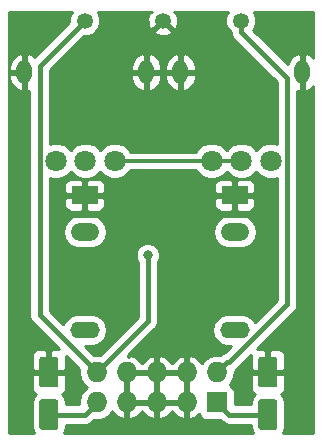
<source format=gbr>
G04 #@! TF.GenerationSoftware,KiCad,Pcbnew,(5.0.1)-4*
G04 #@! TF.CreationDate,2019-03-05T01:38:51-06:00*
G04 #@! TF.ProjectId,util_LFO,7574696C5F4C464F2E6B696361645F70,rev?*
G04 #@! TF.SameCoordinates,Original*
G04 #@! TF.FileFunction,Copper,L1,Top,Signal*
G04 #@! TF.FilePolarity,Positive*
%FSLAX46Y46*%
G04 Gerber Fmt 4.6, Leading zero omitted, Abs format (unit mm)*
G04 Created by KiCad (PCBNEW (5.0.1)-4) date 3/5/2019 1:38:51*
%MOMM*%
%LPD*%
G01*
G04 APERTURE LIST*
G04 #@! TA.AperFunction,ComponentPad*
%ADD10C,1.350000*%
G04 #@! TD*
G04 #@! TA.AperFunction,ComponentPad*
%ADD11O,1.300000X2.000000*%
G04 #@! TD*
G04 #@! TA.AperFunction,ComponentPad*
%ADD12C,1.800000*%
G04 #@! TD*
G04 #@! TA.AperFunction,Conductor*
%ADD13C,0.100000*%
G04 #@! TD*
G04 #@! TA.AperFunction,SMDPad,CuDef*
%ADD14C,1.600000*%
G04 #@! TD*
G04 #@! TA.AperFunction,ComponentPad*
%ADD15O,2.400000X1.500000*%
G04 #@! TD*
G04 #@! TA.AperFunction,ComponentPad*
%ADD16R,2.200000X1.500000*%
G04 #@! TD*
G04 #@! TA.AperFunction,ComponentPad*
%ADD17O,2.500000X1.400000*%
G04 #@! TD*
G04 #@! TA.AperFunction,ComponentPad*
%ADD18R,1.727200X1.727200*%
G04 #@! TD*
G04 #@! TA.AperFunction,ComponentPad*
%ADD19O,1.727200X1.727200*%
G04 #@! TD*
G04 #@! TA.AperFunction,ViaPad*
%ADD20C,0.800000*%
G04 #@! TD*
G04 #@! TA.AperFunction,Conductor*
%ADD21C,0.450000*%
G04 #@! TD*
G04 #@! TA.AperFunction,Conductor*
%ADD22C,0.300000*%
G04 #@! TD*
G04 #@! TA.AperFunction,Conductor*
%ADD23C,0.254000*%
G04 #@! TD*
G04 APERTURE END LIST*
D10*
G04 #@! TO.P,J6,1*
G04 #@! TO.N,-12V*
X102108000Y-59880500D03*
G04 #@! TD*
D11*
G04 #@! TO.P,RV11,*
G04 #@! TO.N,GND*
X83790000Y-64255000D03*
D12*
G04 #@! TO.P,RV11,1*
G04 #@! TO.N,Net-(RV10-Pad2)*
X91440000Y-71755000D03*
G04 #@! TO.P,RV11,2*
G04 #@! TO.N,Net-(R4-Pad2)*
X88940000Y-71755000D03*
G04 #@! TO.P,RV11,3*
G04 #@! TO.N,Net-(R3-Pad2)*
X86440000Y-71755000D03*
D11*
G04 #@! TO.P,RV11,*
G04 #@! TO.N,GND*
X94090000Y-64255000D03*
G04 #@! TD*
D13*
G04 #@! TO.N,+12v*
G04 #@! TO.C,C4*
G36*
X86426504Y-91941204D02*
X86450773Y-91944804D01*
X86474571Y-91950765D01*
X86497671Y-91959030D01*
X86519849Y-91969520D01*
X86540893Y-91982133D01*
X86560598Y-91996747D01*
X86578777Y-92013223D01*
X86595253Y-92031402D01*
X86609867Y-92051107D01*
X86622480Y-92072151D01*
X86632970Y-92094329D01*
X86641235Y-92117429D01*
X86647196Y-92141227D01*
X86650796Y-92165496D01*
X86652000Y-92190000D01*
X86652000Y-94290000D01*
X86650796Y-94314504D01*
X86647196Y-94338773D01*
X86641235Y-94362571D01*
X86632970Y-94385671D01*
X86622480Y-94407849D01*
X86609867Y-94428893D01*
X86595253Y-94448598D01*
X86578777Y-94466777D01*
X86560598Y-94483253D01*
X86540893Y-94497867D01*
X86519849Y-94510480D01*
X86497671Y-94520970D01*
X86474571Y-94529235D01*
X86450773Y-94535196D01*
X86426504Y-94538796D01*
X86402000Y-94540000D01*
X85302000Y-94540000D01*
X85277496Y-94538796D01*
X85253227Y-94535196D01*
X85229429Y-94529235D01*
X85206329Y-94520970D01*
X85184151Y-94510480D01*
X85163107Y-94497867D01*
X85143402Y-94483253D01*
X85125223Y-94466777D01*
X85108747Y-94448598D01*
X85094133Y-94428893D01*
X85081520Y-94407849D01*
X85071030Y-94385671D01*
X85062765Y-94362571D01*
X85056804Y-94338773D01*
X85053204Y-94314504D01*
X85052000Y-94290000D01*
X85052000Y-92190000D01*
X85053204Y-92165496D01*
X85056804Y-92141227D01*
X85062765Y-92117429D01*
X85071030Y-92094329D01*
X85081520Y-92072151D01*
X85094133Y-92051107D01*
X85108747Y-92031402D01*
X85125223Y-92013223D01*
X85143402Y-91996747D01*
X85163107Y-91982133D01*
X85184151Y-91969520D01*
X85206329Y-91959030D01*
X85229429Y-91950765D01*
X85253227Y-91944804D01*
X85277496Y-91941204D01*
X85302000Y-91940000D01*
X86402000Y-91940000D01*
X86426504Y-91941204D01*
X86426504Y-91941204D01*
G37*
D14*
G04 #@! TD*
G04 #@! TO.P,C4,1*
G04 #@! TO.N,+12v*
X85852000Y-93240000D03*
D13*
G04 #@! TO.N,GND*
G04 #@! TO.C,C4*
G36*
X86426504Y-88341204D02*
X86450773Y-88344804D01*
X86474571Y-88350765D01*
X86497671Y-88359030D01*
X86519849Y-88369520D01*
X86540893Y-88382133D01*
X86560598Y-88396747D01*
X86578777Y-88413223D01*
X86595253Y-88431402D01*
X86609867Y-88451107D01*
X86622480Y-88472151D01*
X86632970Y-88494329D01*
X86641235Y-88517429D01*
X86647196Y-88541227D01*
X86650796Y-88565496D01*
X86652000Y-88590000D01*
X86652000Y-90690000D01*
X86650796Y-90714504D01*
X86647196Y-90738773D01*
X86641235Y-90762571D01*
X86632970Y-90785671D01*
X86622480Y-90807849D01*
X86609867Y-90828893D01*
X86595253Y-90848598D01*
X86578777Y-90866777D01*
X86560598Y-90883253D01*
X86540893Y-90897867D01*
X86519849Y-90910480D01*
X86497671Y-90920970D01*
X86474571Y-90929235D01*
X86450773Y-90935196D01*
X86426504Y-90938796D01*
X86402000Y-90940000D01*
X85302000Y-90940000D01*
X85277496Y-90938796D01*
X85253227Y-90935196D01*
X85229429Y-90929235D01*
X85206329Y-90920970D01*
X85184151Y-90910480D01*
X85163107Y-90897867D01*
X85143402Y-90883253D01*
X85125223Y-90866777D01*
X85108747Y-90848598D01*
X85094133Y-90828893D01*
X85081520Y-90807849D01*
X85071030Y-90785671D01*
X85062765Y-90762571D01*
X85056804Y-90738773D01*
X85053204Y-90714504D01*
X85052000Y-90690000D01*
X85052000Y-88590000D01*
X85053204Y-88565496D01*
X85056804Y-88541227D01*
X85062765Y-88517429D01*
X85071030Y-88494329D01*
X85081520Y-88472151D01*
X85094133Y-88451107D01*
X85108747Y-88431402D01*
X85125223Y-88413223D01*
X85143402Y-88396747D01*
X85163107Y-88382133D01*
X85184151Y-88369520D01*
X85206329Y-88359030D01*
X85229429Y-88350765D01*
X85253227Y-88344804D01*
X85277496Y-88341204D01*
X85302000Y-88340000D01*
X86402000Y-88340000D01*
X86426504Y-88341204D01*
X86426504Y-88341204D01*
G37*
D14*
G04 #@! TD*
G04 #@! TO.P,C4,2*
G04 #@! TO.N,GND*
X85852000Y-89640000D03*
D13*
G04 #@! TO.N,-12V*
G04 #@! TO.C,C5*
G36*
X104968504Y-91941204D02*
X104992773Y-91944804D01*
X105016571Y-91950765D01*
X105039671Y-91959030D01*
X105061849Y-91969520D01*
X105082893Y-91982133D01*
X105102598Y-91996747D01*
X105120777Y-92013223D01*
X105137253Y-92031402D01*
X105151867Y-92051107D01*
X105164480Y-92072151D01*
X105174970Y-92094329D01*
X105183235Y-92117429D01*
X105189196Y-92141227D01*
X105192796Y-92165496D01*
X105194000Y-92190000D01*
X105194000Y-94290000D01*
X105192796Y-94314504D01*
X105189196Y-94338773D01*
X105183235Y-94362571D01*
X105174970Y-94385671D01*
X105164480Y-94407849D01*
X105151867Y-94428893D01*
X105137253Y-94448598D01*
X105120777Y-94466777D01*
X105102598Y-94483253D01*
X105082893Y-94497867D01*
X105061849Y-94510480D01*
X105039671Y-94520970D01*
X105016571Y-94529235D01*
X104992773Y-94535196D01*
X104968504Y-94538796D01*
X104944000Y-94540000D01*
X103844000Y-94540000D01*
X103819496Y-94538796D01*
X103795227Y-94535196D01*
X103771429Y-94529235D01*
X103748329Y-94520970D01*
X103726151Y-94510480D01*
X103705107Y-94497867D01*
X103685402Y-94483253D01*
X103667223Y-94466777D01*
X103650747Y-94448598D01*
X103636133Y-94428893D01*
X103623520Y-94407849D01*
X103613030Y-94385671D01*
X103604765Y-94362571D01*
X103598804Y-94338773D01*
X103595204Y-94314504D01*
X103594000Y-94290000D01*
X103594000Y-92190000D01*
X103595204Y-92165496D01*
X103598804Y-92141227D01*
X103604765Y-92117429D01*
X103613030Y-92094329D01*
X103623520Y-92072151D01*
X103636133Y-92051107D01*
X103650747Y-92031402D01*
X103667223Y-92013223D01*
X103685402Y-91996747D01*
X103705107Y-91982133D01*
X103726151Y-91969520D01*
X103748329Y-91959030D01*
X103771429Y-91950765D01*
X103795227Y-91944804D01*
X103819496Y-91941204D01*
X103844000Y-91940000D01*
X104944000Y-91940000D01*
X104968504Y-91941204D01*
X104968504Y-91941204D01*
G37*
D14*
G04 #@! TD*
G04 #@! TO.P,C5,2*
G04 #@! TO.N,-12V*
X104394000Y-93240000D03*
D13*
G04 #@! TO.N,GND*
G04 #@! TO.C,C5*
G36*
X104968504Y-88341204D02*
X104992773Y-88344804D01*
X105016571Y-88350765D01*
X105039671Y-88359030D01*
X105061849Y-88369520D01*
X105082893Y-88382133D01*
X105102598Y-88396747D01*
X105120777Y-88413223D01*
X105137253Y-88431402D01*
X105151867Y-88451107D01*
X105164480Y-88472151D01*
X105174970Y-88494329D01*
X105183235Y-88517429D01*
X105189196Y-88541227D01*
X105192796Y-88565496D01*
X105194000Y-88590000D01*
X105194000Y-90690000D01*
X105192796Y-90714504D01*
X105189196Y-90738773D01*
X105183235Y-90762571D01*
X105174970Y-90785671D01*
X105164480Y-90807849D01*
X105151867Y-90828893D01*
X105137253Y-90848598D01*
X105120777Y-90866777D01*
X105102598Y-90883253D01*
X105082893Y-90897867D01*
X105061849Y-90910480D01*
X105039671Y-90920970D01*
X105016571Y-90929235D01*
X104992773Y-90935196D01*
X104968504Y-90938796D01*
X104944000Y-90940000D01*
X103844000Y-90940000D01*
X103819496Y-90938796D01*
X103795227Y-90935196D01*
X103771429Y-90929235D01*
X103748329Y-90920970D01*
X103726151Y-90910480D01*
X103705107Y-90897867D01*
X103685402Y-90883253D01*
X103667223Y-90866777D01*
X103650747Y-90848598D01*
X103636133Y-90828893D01*
X103623520Y-90807849D01*
X103613030Y-90785671D01*
X103604765Y-90762571D01*
X103598804Y-90738773D01*
X103595204Y-90714504D01*
X103594000Y-90690000D01*
X103594000Y-88590000D01*
X103595204Y-88565496D01*
X103598804Y-88541227D01*
X103604765Y-88517429D01*
X103613030Y-88494329D01*
X103623520Y-88472151D01*
X103636133Y-88451107D01*
X103650747Y-88431402D01*
X103667223Y-88413223D01*
X103685402Y-88396747D01*
X103705107Y-88382133D01*
X103726151Y-88369520D01*
X103748329Y-88359030D01*
X103771429Y-88350765D01*
X103795227Y-88344804D01*
X103819496Y-88341204D01*
X103844000Y-88340000D01*
X104944000Y-88340000D01*
X104968504Y-88341204D01*
X104968504Y-88341204D01*
G37*
D14*
G04 #@! TD*
G04 #@! TO.P,C5,1*
G04 #@! TO.N,GND*
X104394000Y-89640000D03*
D15*
G04 #@! TO.P,J1,TN*
G04 #@! TO.N,Net-(J1-PadTN)*
X101600000Y-77776000D03*
D16*
G04 #@! TO.P,J1,S*
G04 #@! TO.N,GND*
X101600000Y-74676000D03*
D17*
G04 #@! TO.P,J1,T*
G04 #@! TO.N,Net-(J1-PadT)*
X101600000Y-86076000D03*
G04 #@! TD*
G04 #@! TO.P,J2,T*
G04 #@! TO.N,Net-(J2-PadT)*
X88900000Y-86076000D03*
D16*
G04 #@! TO.P,J2,S*
G04 #@! TO.N,GND*
X88900000Y-74676000D03*
D15*
G04 #@! TO.P,J2,TN*
G04 #@! TO.N,Net-(J2-PadTN)*
X88900000Y-77776000D03*
G04 #@! TD*
D18*
G04 #@! TO.P,J3,1*
G04 #@! TO.N,-12V*
X100076000Y-92202000D03*
D19*
G04 #@! TO.P,J3,2*
X100076000Y-89662000D03*
G04 #@! TO.P,J3,3*
G04 #@! TO.N,GND*
X97536000Y-92202000D03*
G04 #@! TO.P,J3,4*
X97536000Y-89662000D03*
G04 #@! TO.P,J3,5*
X94996000Y-92202000D03*
G04 #@! TO.P,J3,6*
X94996000Y-89662000D03*
G04 #@! TO.P,J3,7*
X92456000Y-92202000D03*
G04 #@! TO.P,J3,8*
X92456000Y-89662000D03*
G04 #@! TO.P,J3,9*
G04 #@! TO.N,+12v*
X89916000Y-92202000D03*
G04 #@! TO.P,J3,10*
X89916000Y-89662000D03*
G04 #@! TD*
D10*
G04 #@! TO.P,J4,1*
G04 #@! TO.N,+12v*
X88900000Y-59880500D03*
G04 #@! TD*
G04 #@! TO.P,J5,1*
G04 #@! TO.N,GND*
X95504000Y-59880500D03*
G04 #@! TD*
D11*
G04 #@! TO.P,RV10,*
G04 #@! TO.N,GND*
X107298000Y-64255000D03*
D12*
G04 #@! TO.P,RV10,3*
G04 #@! TO.N,Net-(RV10-Pad2)*
X99648000Y-71755000D03*
G04 #@! TO.P,RV10,2*
X102148000Y-71755000D03*
G04 #@! TO.P,RV10,1*
G04 #@! TO.N,Net-(R1-Pad1)*
X104648000Y-71755000D03*
D11*
G04 #@! TO.P,RV10,*
G04 #@! TO.N,GND*
X96998000Y-64255000D03*
G04 #@! TD*
D20*
G04 #@! TO.N,+12v*
X94234000Y-79756000D03*
G04 #@! TD*
D21*
G04 #@! TO.N,+12v*
X94234000Y-85344000D02*
X89916000Y-89662000D01*
X94234000Y-79756000D02*
X94234000Y-85344000D01*
X88878000Y-93240000D02*
X89916000Y-92202000D01*
X85852000Y-93240000D02*
X88878000Y-93240000D01*
X85064999Y-63715501D02*
X88900000Y-59880500D01*
X89916000Y-89662000D02*
X85064999Y-84810999D01*
X85064999Y-84810999D02*
X85064999Y-63715501D01*
G04 #@! TO.N,-12V*
X101114000Y-93240000D02*
X100076000Y-92202000D01*
X104394000Y-93240000D02*
X101114000Y-93240000D01*
X100939599Y-88798401D02*
X100076000Y-89662000D01*
X101144913Y-88798401D02*
X100939599Y-88798401D01*
X106023001Y-83920313D02*
X101144913Y-88798401D01*
X106023001Y-64750095D02*
X106023001Y-83920313D01*
X102108000Y-60835094D02*
X106023001Y-64750095D01*
X102108000Y-59880500D02*
X102108000Y-60835094D01*
D22*
G04 #@! TO.N,Net-(RV10-Pad2)*
X99140000Y-71755000D02*
X101640000Y-71755000D01*
X92712792Y-71755000D02*
X99648000Y-71755000D01*
X91440000Y-71755000D02*
X92712792Y-71755000D01*
G04 #@! TD*
D23*
G04 #@! TO.N,GND*
G36*
X108256001Y-63076030D02*
X108116829Y-62906565D01*
X107672415Y-62669214D01*
X107623471Y-62661901D01*
X107425000Y-62785933D01*
X107425000Y-64128000D01*
X107445000Y-64128000D01*
X107445000Y-64382000D01*
X107425000Y-64382000D01*
X107425000Y-65724067D01*
X107623471Y-65848099D01*
X107672415Y-65840786D01*
X108116829Y-65603435D01*
X108256001Y-65433971D01*
X108256000Y-94794000D01*
X105665840Y-94794000D01*
X105773126Y-94633435D01*
X105841440Y-94290000D01*
X105841440Y-92190000D01*
X105773126Y-91846565D01*
X105578586Y-91555414D01*
X105497843Y-91501463D01*
X105553699Y-91478327D01*
X105732327Y-91299698D01*
X105829000Y-91066309D01*
X105829000Y-89925750D01*
X105670250Y-89767000D01*
X104521000Y-89767000D01*
X104521000Y-89787000D01*
X104267000Y-89787000D01*
X104267000Y-89767000D01*
X103117750Y-89767000D01*
X102959000Y-89925750D01*
X102959000Y-91066309D01*
X103055673Y-91299698D01*
X103234301Y-91478327D01*
X103290157Y-91501463D01*
X103209414Y-91555414D01*
X103014874Y-91846565D01*
X102946560Y-92190000D01*
X102946560Y-92380000D01*
X101587040Y-92380000D01*
X101587040Y-91338400D01*
X101537757Y-91090635D01*
X101397409Y-90880591D01*
X101187365Y-90740243D01*
X101161349Y-90735068D01*
X101487650Y-90246725D01*
X101603959Y-89662000D01*
X101580079Y-89541945D01*
X101764938Y-89418426D01*
X101812918Y-89346619D01*
X102968301Y-88191236D01*
X102959000Y-88213691D01*
X102959000Y-89354250D01*
X103117750Y-89513000D01*
X104267000Y-89513000D01*
X104267000Y-87863750D01*
X104521000Y-87863750D01*
X104521000Y-89513000D01*
X105670250Y-89513000D01*
X105829000Y-89354250D01*
X105829000Y-88213691D01*
X105732327Y-87980302D01*
X105553699Y-87801673D01*
X105320310Y-87705000D01*
X104679750Y-87705000D01*
X104521000Y-87863750D01*
X104267000Y-87863750D01*
X104108250Y-87705000D01*
X103467690Y-87705000D01*
X103445237Y-87714300D01*
X106571222Y-84588316D01*
X106643026Y-84540338D01*
X106833103Y-84255868D01*
X106883001Y-84005014D01*
X106883001Y-84005010D01*
X106899848Y-83920314D01*
X106883001Y-83835618D01*
X106883001Y-65819111D01*
X106923585Y-65840786D01*
X106972529Y-65848099D01*
X107171000Y-65724067D01*
X107171000Y-64382000D01*
X107151000Y-64382000D01*
X107151000Y-64128000D01*
X107171000Y-64128000D01*
X107171000Y-62785933D01*
X106972529Y-62661901D01*
X106923585Y-62669214D01*
X106479171Y-62906565D01*
X106159416Y-63295919D01*
X106072202Y-63583073D01*
X103165124Y-60675995D01*
X103218564Y-60622555D01*
X103418000Y-60141075D01*
X103418000Y-59619925D01*
X103218564Y-59138445D01*
X103210119Y-59130000D01*
X108256001Y-59130000D01*
X108256001Y-63076030D01*
X108256001Y-63076030D01*
G37*
X108256001Y-63076030D02*
X108116829Y-62906565D01*
X107672415Y-62669214D01*
X107623471Y-62661901D01*
X107425000Y-62785933D01*
X107425000Y-64128000D01*
X107445000Y-64128000D01*
X107445000Y-64382000D01*
X107425000Y-64382000D01*
X107425000Y-65724067D01*
X107623471Y-65848099D01*
X107672415Y-65840786D01*
X108116829Y-65603435D01*
X108256001Y-65433971D01*
X108256000Y-94794000D01*
X105665840Y-94794000D01*
X105773126Y-94633435D01*
X105841440Y-94290000D01*
X105841440Y-92190000D01*
X105773126Y-91846565D01*
X105578586Y-91555414D01*
X105497843Y-91501463D01*
X105553699Y-91478327D01*
X105732327Y-91299698D01*
X105829000Y-91066309D01*
X105829000Y-89925750D01*
X105670250Y-89767000D01*
X104521000Y-89767000D01*
X104521000Y-89787000D01*
X104267000Y-89787000D01*
X104267000Y-89767000D01*
X103117750Y-89767000D01*
X102959000Y-89925750D01*
X102959000Y-91066309D01*
X103055673Y-91299698D01*
X103234301Y-91478327D01*
X103290157Y-91501463D01*
X103209414Y-91555414D01*
X103014874Y-91846565D01*
X102946560Y-92190000D01*
X102946560Y-92380000D01*
X101587040Y-92380000D01*
X101587040Y-91338400D01*
X101537757Y-91090635D01*
X101397409Y-90880591D01*
X101187365Y-90740243D01*
X101161349Y-90735068D01*
X101487650Y-90246725D01*
X101603959Y-89662000D01*
X101580079Y-89541945D01*
X101764938Y-89418426D01*
X101812918Y-89346619D01*
X102968301Y-88191236D01*
X102959000Y-88213691D01*
X102959000Y-89354250D01*
X103117750Y-89513000D01*
X104267000Y-89513000D01*
X104267000Y-87863750D01*
X104521000Y-87863750D01*
X104521000Y-89513000D01*
X105670250Y-89513000D01*
X105829000Y-89354250D01*
X105829000Y-88213691D01*
X105732327Y-87980302D01*
X105553699Y-87801673D01*
X105320310Y-87705000D01*
X104679750Y-87705000D01*
X104521000Y-87863750D01*
X104267000Y-87863750D01*
X104108250Y-87705000D01*
X103467690Y-87705000D01*
X103445237Y-87714300D01*
X106571222Y-84588316D01*
X106643026Y-84540338D01*
X106833103Y-84255868D01*
X106883001Y-84005014D01*
X106883001Y-84005010D01*
X106899848Y-83920314D01*
X106883001Y-83835618D01*
X106883001Y-65819111D01*
X106923585Y-65840786D01*
X106972529Y-65848099D01*
X107171000Y-65724067D01*
X107171000Y-64382000D01*
X107151000Y-64382000D01*
X107151000Y-64128000D01*
X107171000Y-64128000D01*
X107171000Y-62785933D01*
X106972529Y-62661901D01*
X106923585Y-62669214D01*
X106479171Y-62906565D01*
X106159416Y-63295919D01*
X106072202Y-63583073D01*
X103165124Y-60675995D01*
X103218564Y-60622555D01*
X103418000Y-60141075D01*
X103418000Y-59619925D01*
X103218564Y-59138445D01*
X103210119Y-59130000D01*
X108256001Y-59130000D01*
X108256001Y-63076030D01*
G36*
X87789436Y-59138445D02*
X87590000Y-59619925D01*
X87590000Y-59974276D01*
X84630872Y-62933405D01*
X84608829Y-62906565D01*
X84164415Y-62669214D01*
X84115471Y-62661901D01*
X83917000Y-62785933D01*
X83917000Y-64128000D01*
X83937000Y-64128000D01*
X83937000Y-64382000D01*
X83917000Y-64382000D01*
X83917000Y-65724067D01*
X84115471Y-65848099D01*
X84164415Y-65840786D01*
X84205000Y-65819111D01*
X84204999Y-84726303D01*
X84188152Y-84810999D01*
X84204999Y-84895695D01*
X84204999Y-84895699D01*
X84254897Y-85146553D01*
X84444974Y-85431024D01*
X84516781Y-85479004D01*
X86742777Y-87705000D01*
X86137750Y-87705000D01*
X85979000Y-87863750D01*
X85979000Y-89513000D01*
X87128250Y-89513000D01*
X87287000Y-89354250D01*
X87287000Y-88249224D01*
X88439761Y-89401985D01*
X88388041Y-89662000D01*
X88504350Y-90246725D01*
X88835570Y-90742430D01*
X89119281Y-90932000D01*
X88835570Y-91121570D01*
X88504350Y-91617275D01*
X88388041Y-92202000D01*
X88423447Y-92380000D01*
X87299440Y-92380000D01*
X87299440Y-92190000D01*
X87231126Y-91846565D01*
X87036586Y-91555414D01*
X86955843Y-91501463D01*
X87011699Y-91478327D01*
X87190327Y-91299698D01*
X87287000Y-91066309D01*
X87287000Y-89925750D01*
X87128250Y-89767000D01*
X85979000Y-89767000D01*
X85979000Y-89787000D01*
X85725000Y-89787000D01*
X85725000Y-89767000D01*
X84575750Y-89767000D01*
X84417000Y-89925750D01*
X84417000Y-91066309D01*
X84513673Y-91299698D01*
X84692301Y-91478327D01*
X84748157Y-91501463D01*
X84667414Y-91555414D01*
X84472874Y-91846565D01*
X84404560Y-92190000D01*
X84404560Y-94290000D01*
X84472874Y-94633435D01*
X84580160Y-94794000D01*
X82498000Y-94794000D01*
X82498000Y-88213691D01*
X84417000Y-88213691D01*
X84417000Y-89354250D01*
X84575750Y-89513000D01*
X85725000Y-89513000D01*
X85725000Y-87863750D01*
X85566250Y-87705000D01*
X84925690Y-87705000D01*
X84692301Y-87801673D01*
X84513673Y-87980302D01*
X84417000Y-88213691D01*
X82498000Y-88213691D01*
X82498000Y-64382000D01*
X82505000Y-64382000D01*
X82505000Y-64732000D01*
X82651416Y-65214081D01*
X82971171Y-65603435D01*
X83415585Y-65840786D01*
X83464529Y-65848099D01*
X83663000Y-65724067D01*
X83663000Y-64382000D01*
X82505000Y-64382000D01*
X82498000Y-64382000D01*
X82498000Y-63778000D01*
X82505000Y-63778000D01*
X82505000Y-64128000D01*
X83663000Y-64128000D01*
X83663000Y-62785933D01*
X83464529Y-62661901D01*
X83415585Y-62669214D01*
X82971171Y-62906565D01*
X82651416Y-63295919D01*
X82505000Y-63778000D01*
X82498000Y-63778000D01*
X82498000Y-59130000D01*
X87797881Y-59130000D01*
X87789436Y-59138445D01*
X87789436Y-59138445D01*
G37*
X87789436Y-59138445D02*
X87590000Y-59619925D01*
X87590000Y-59974276D01*
X84630872Y-62933405D01*
X84608829Y-62906565D01*
X84164415Y-62669214D01*
X84115471Y-62661901D01*
X83917000Y-62785933D01*
X83917000Y-64128000D01*
X83937000Y-64128000D01*
X83937000Y-64382000D01*
X83917000Y-64382000D01*
X83917000Y-65724067D01*
X84115471Y-65848099D01*
X84164415Y-65840786D01*
X84205000Y-65819111D01*
X84204999Y-84726303D01*
X84188152Y-84810999D01*
X84204999Y-84895695D01*
X84204999Y-84895699D01*
X84254897Y-85146553D01*
X84444974Y-85431024D01*
X84516781Y-85479004D01*
X86742777Y-87705000D01*
X86137750Y-87705000D01*
X85979000Y-87863750D01*
X85979000Y-89513000D01*
X87128250Y-89513000D01*
X87287000Y-89354250D01*
X87287000Y-88249224D01*
X88439761Y-89401985D01*
X88388041Y-89662000D01*
X88504350Y-90246725D01*
X88835570Y-90742430D01*
X89119281Y-90932000D01*
X88835570Y-91121570D01*
X88504350Y-91617275D01*
X88388041Y-92202000D01*
X88423447Y-92380000D01*
X87299440Y-92380000D01*
X87299440Y-92190000D01*
X87231126Y-91846565D01*
X87036586Y-91555414D01*
X86955843Y-91501463D01*
X87011699Y-91478327D01*
X87190327Y-91299698D01*
X87287000Y-91066309D01*
X87287000Y-89925750D01*
X87128250Y-89767000D01*
X85979000Y-89767000D01*
X85979000Y-89787000D01*
X85725000Y-89787000D01*
X85725000Y-89767000D01*
X84575750Y-89767000D01*
X84417000Y-89925750D01*
X84417000Y-91066309D01*
X84513673Y-91299698D01*
X84692301Y-91478327D01*
X84748157Y-91501463D01*
X84667414Y-91555414D01*
X84472874Y-91846565D01*
X84404560Y-92190000D01*
X84404560Y-94290000D01*
X84472874Y-94633435D01*
X84580160Y-94794000D01*
X82498000Y-94794000D01*
X82498000Y-88213691D01*
X84417000Y-88213691D01*
X84417000Y-89354250D01*
X84575750Y-89513000D01*
X85725000Y-89513000D01*
X85725000Y-87863750D01*
X85566250Y-87705000D01*
X84925690Y-87705000D01*
X84692301Y-87801673D01*
X84513673Y-87980302D01*
X84417000Y-88213691D01*
X82498000Y-88213691D01*
X82498000Y-64382000D01*
X82505000Y-64382000D01*
X82505000Y-64732000D01*
X82651416Y-65214081D01*
X82971171Y-65603435D01*
X83415585Y-65840786D01*
X83464529Y-65848099D01*
X83663000Y-65724067D01*
X83663000Y-64382000D01*
X82505000Y-64382000D01*
X82498000Y-64382000D01*
X82498000Y-63778000D01*
X82505000Y-63778000D01*
X82505000Y-64128000D01*
X83663000Y-64128000D01*
X83663000Y-62785933D01*
X83464529Y-62661901D01*
X83415585Y-62669214D01*
X82971171Y-62906565D01*
X82651416Y-63295919D01*
X82505000Y-63778000D01*
X82498000Y-63778000D01*
X82498000Y-59130000D01*
X87797881Y-59130000D01*
X87789436Y-59138445D01*
G36*
X98346690Y-72624507D02*
X98778493Y-73056310D01*
X99342670Y-73290000D01*
X99953330Y-73290000D01*
X100517507Y-73056310D01*
X100898000Y-72675817D01*
X101278493Y-73056310D01*
X101842670Y-73290000D01*
X102453330Y-73290000D01*
X103017507Y-73056310D01*
X103398000Y-72675817D01*
X103778493Y-73056310D01*
X104342670Y-73290000D01*
X104953330Y-73290000D01*
X105163001Y-73203151D01*
X105163002Y-83564088D01*
X103313190Y-85413901D01*
X103112481Y-85113519D01*
X102670891Y-84818458D01*
X102281485Y-84741000D01*
X100918515Y-84741000D01*
X100529109Y-84818458D01*
X100087519Y-85113519D01*
X99792458Y-85555109D01*
X99688846Y-86076000D01*
X99792458Y-86596891D01*
X100087519Y-87038481D01*
X100529109Y-87333542D01*
X100918515Y-87411000D01*
X101316091Y-87411000D01*
X100772250Y-87954841D01*
X100604044Y-87988299D01*
X100604042Y-87988300D01*
X100604043Y-87988300D01*
X100391379Y-88130397D01*
X100391378Y-88130398D01*
X100319574Y-88178376D01*
X100317147Y-88182008D01*
X100223598Y-88163400D01*
X99928402Y-88163400D01*
X99491275Y-88250350D01*
X98995570Y-88581570D01*
X98794146Y-88883021D01*
X98742821Y-88773510D01*
X98310947Y-88379312D01*
X97895026Y-88207042D01*
X97663000Y-88328183D01*
X97663000Y-89535000D01*
X97683000Y-89535000D01*
X97683000Y-89789000D01*
X97663000Y-89789000D01*
X97663000Y-92075000D01*
X97683000Y-92075000D01*
X97683000Y-92329000D01*
X97663000Y-92329000D01*
X97663000Y-93535817D01*
X97895026Y-93656958D01*
X98310947Y-93484688D01*
X98596480Y-93224064D01*
X98614243Y-93313365D01*
X98754591Y-93523409D01*
X98964635Y-93663757D01*
X99212400Y-93713040D01*
X100370817Y-93713040D01*
X100445995Y-93788218D01*
X100493975Y-93860025D01*
X100565781Y-93908004D01*
X100778444Y-94050102D01*
X100830272Y-94060411D01*
X101029299Y-94100000D01*
X101029303Y-94100000D01*
X101114000Y-94116847D01*
X101198697Y-94100000D01*
X102946560Y-94100000D01*
X102946560Y-94290000D01*
X103014874Y-94633435D01*
X103122160Y-94794000D01*
X87123840Y-94794000D01*
X87231126Y-94633435D01*
X87299440Y-94290000D01*
X87299440Y-94100000D01*
X88793304Y-94100000D01*
X88878000Y-94116847D01*
X88962696Y-94100000D01*
X88962701Y-94100000D01*
X89213555Y-94050102D01*
X89498025Y-93860025D01*
X89546005Y-93788218D01*
X89655984Y-93678239D01*
X89768402Y-93700600D01*
X90063598Y-93700600D01*
X90500725Y-93613650D01*
X90996430Y-93282430D01*
X91197854Y-92980979D01*
X91249179Y-93090490D01*
X91681053Y-93484688D01*
X92096974Y-93656958D01*
X92329000Y-93535817D01*
X92329000Y-92329000D01*
X92583000Y-92329000D01*
X92583000Y-93535817D01*
X92815026Y-93656958D01*
X93230947Y-93484688D01*
X93662821Y-93090490D01*
X93726000Y-92955687D01*
X93789179Y-93090490D01*
X94221053Y-93484688D01*
X94636974Y-93656958D01*
X94869000Y-93535817D01*
X94869000Y-92329000D01*
X95123000Y-92329000D01*
X95123000Y-93535817D01*
X95355026Y-93656958D01*
X95770947Y-93484688D01*
X96202821Y-93090490D01*
X96266000Y-92955687D01*
X96329179Y-93090490D01*
X96761053Y-93484688D01*
X97176974Y-93656958D01*
X97409000Y-93535817D01*
X97409000Y-92329000D01*
X95123000Y-92329000D01*
X94869000Y-92329000D01*
X92583000Y-92329000D01*
X92329000Y-92329000D01*
X92309000Y-92329000D01*
X92309000Y-92075000D01*
X92329000Y-92075000D01*
X92329000Y-89789000D01*
X92583000Y-89789000D01*
X92583000Y-92075000D01*
X94869000Y-92075000D01*
X94869000Y-89789000D01*
X95123000Y-89789000D01*
X95123000Y-92075000D01*
X97409000Y-92075000D01*
X97409000Y-89789000D01*
X95123000Y-89789000D01*
X94869000Y-89789000D01*
X92583000Y-89789000D01*
X92329000Y-89789000D01*
X92309000Y-89789000D01*
X92309000Y-89535000D01*
X92329000Y-89535000D01*
X92329000Y-89515000D01*
X92583000Y-89515000D01*
X92583000Y-89535000D01*
X94869000Y-89535000D01*
X94869000Y-88328183D01*
X95123000Y-88328183D01*
X95123000Y-89535000D01*
X97409000Y-89535000D01*
X97409000Y-88328183D01*
X97176974Y-88207042D01*
X96761053Y-88379312D01*
X96329179Y-88773510D01*
X96266000Y-88908313D01*
X96202821Y-88773510D01*
X95770947Y-88379312D01*
X95355026Y-88207042D01*
X95123000Y-88328183D01*
X94869000Y-88328183D01*
X94636974Y-88207042D01*
X94221053Y-88379312D01*
X93789179Y-88773510D01*
X93726000Y-88908313D01*
X93662821Y-88773510D01*
X93230947Y-88379312D01*
X92815026Y-88207042D01*
X92583002Y-88328182D01*
X92583002Y-88211221D01*
X94782221Y-86012003D01*
X94854025Y-85964025D01*
X95044102Y-85679555D01*
X95094000Y-85428701D01*
X95094000Y-85428697D01*
X95110847Y-85344001D01*
X95094000Y-85259305D01*
X95094000Y-80359711D01*
X95111431Y-80342280D01*
X95269000Y-79961874D01*
X95269000Y-79550126D01*
X95111431Y-79169720D01*
X94820280Y-78878569D01*
X94439874Y-78721000D01*
X94028126Y-78721000D01*
X93647720Y-78878569D01*
X93356569Y-79169720D01*
X93199000Y-79550126D01*
X93199000Y-79961874D01*
X93356569Y-80342280D01*
X93374000Y-80359711D01*
X93374001Y-84987775D01*
X90176016Y-88185761D01*
X90063598Y-88163400D01*
X89768402Y-88163400D01*
X89655985Y-88185761D01*
X88881224Y-87411000D01*
X89581485Y-87411000D01*
X89970891Y-87333542D01*
X90412481Y-87038481D01*
X90707542Y-86596891D01*
X90811154Y-86076000D01*
X90707542Y-85555109D01*
X90412481Y-85113519D01*
X89970891Y-84818458D01*
X89581485Y-84741000D01*
X88218515Y-84741000D01*
X87829109Y-84818458D01*
X87387519Y-85113519D01*
X87092458Y-85555109D01*
X87081321Y-85611098D01*
X85924999Y-84454776D01*
X85924999Y-77776000D01*
X87037867Y-77776000D01*
X87145359Y-78316400D01*
X87451471Y-78774529D01*
X87909600Y-79080641D01*
X88313593Y-79161000D01*
X89486407Y-79161000D01*
X89890400Y-79080641D01*
X90348529Y-78774529D01*
X90654641Y-78316400D01*
X90762133Y-77776000D01*
X99737867Y-77776000D01*
X99845359Y-78316400D01*
X100151471Y-78774529D01*
X100609600Y-79080641D01*
X101013593Y-79161000D01*
X102186407Y-79161000D01*
X102590400Y-79080641D01*
X103048529Y-78774529D01*
X103354641Y-78316400D01*
X103462133Y-77776000D01*
X103354641Y-77235600D01*
X103048529Y-76777471D01*
X102590400Y-76471359D01*
X102186407Y-76391000D01*
X101013593Y-76391000D01*
X100609600Y-76471359D01*
X100151471Y-76777471D01*
X99845359Y-77235600D01*
X99737867Y-77776000D01*
X90762133Y-77776000D01*
X90654641Y-77235600D01*
X90348529Y-76777471D01*
X89890400Y-76471359D01*
X89486407Y-76391000D01*
X88313593Y-76391000D01*
X87909600Y-76471359D01*
X87451471Y-76777471D01*
X87145359Y-77235600D01*
X87037867Y-77776000D01*
X85924999Y-77776000D01*
X85924999Y-74961750D01*
X87165000Y-74961750D01*
X87165000Y-75552310D01*
X87261673Y-75785699D01*
X87440302Y-75964327D01*
X87673691Y-76061000D01*
X88614250Y-76061000D01*
X88773000Y-75902250D01*
X88773000Y-74803000D01*
X89027000Y-74803000D01*
X89027000Y-75902250D01*
X89185750Y-76061000D01*
X90126309Y-76061000D01*
X90359698Y-75964327D01*
X90538327Y-75785699D01*
X90635000Y-75552310D01*
X90635000Y-74961750D01*
X99865000Y-74961750D01*
X99865000Y-75552310D01*
X99961673Y-75785699D01*
X100140302Y-75964327D01*
X100373691Y-76061000D01*
X101314250Y-76061000D01*
X101473000Y-75902250D01*
X101473000Y-74803000D01*
X101727000Y-74803000D01*
X101727000Y-75902250D01*
X101885750Y-76061000D01*
X102826309Y-76061000D01*
X103059698Y-75964327D01*
X103238327Y-75785699D01*
X103335000Y-75552310D01*
X103335000Y-74961750D01*
X103176250Y-74803000D01*
X101727000Y-74803000D01*
X101473000Y-74803000D01*
X100023750Y-74803000D01*
X99865000Y-74961750D01*
X90635000Y-74961750D01*
X90476250Y-74803000D01*
X89027000Y-74803000D01*
X88773000Y-74803000D01*
X87323750Y-74803000D01*
X87165000Y-74961750D01*
X85924999Y-74961750D01*
X85924999Y-73799690D01*
X87165000Y-73799690D01*
X87165000Y-74390250D01*
X87323750Y-74549000D01*
X88773000Y-74549000D01*
X88773000Y-73449750D01*
X89027000Y-73449750D01*
X89027000Y-74549000D01*
X90476250Y-74549000D01*
X90635000Y-74390250D01*
X90635000Y-73799690D01*
X99865000Y-73799690D01*
X99865000Y-74390250D01*
X100023750Y-74549000D01*
X101473000Y-74549000D01*
X101473000Y-73449750D01*
X101727000Y-73449750D01*
X101727000Y-74549000D01*
X103176250Y-74549000D01*
X103335000Y-74390250D01*
X103335000Y-73799690D01*
X103238327Y-73566301D01*
X103059698Y-73387673D01*
X102826309Y-73291000D01*
X101885750Y-73291000D01*
X101727000Y-73449750D01*
X101473000Y-73449750D01*
X101314250Y-73291000D01*
X100373691Y-73291000D01*
X100140302Y-73387673D01*
X99961673Y-73566301D01*
X99865000Y-73799690D01*
X90635000Y-73799690D01*
X90538327Y-73566301D01*
X90359698Y-73387673D01*
X90126309Y-73291000D01*
X89185750Y-73291000D01*
X89027000Y-73449750D01*
X88773000Y-73449750D01*
X88614250Y-73291000D01*
X87673691Y-73291000D01*
X87440302Y-73387673D01*
X87261673Y-73566301D01*
X87165000Y-73799690D01*
X85924999Y-73799690D01*
X85924999Y-73203151D01*
X86134670Y-73290000D01*
X86745330Y-73290000D01*
X87309507Y-73056310D01*
X87690000Y-72675817D01*
X88070493Y-73056310D01*
X88634670Y-73290000D01*
X89245330Y-73290000D01*
X89809507Y-73056310D01*
X90190000Y-72675817D01*
X90570493Y-73056310D01*
X91134670Y-73290000D01*
X91745330Y-73290000D01*
X92309507Y-73056310D01*
X92741310Y-72624507D01*
X92776314Y-72540000D01*
X98311686Y-72540000D01*
X98346690Y-72624507D01*
X98346690Y-72624507D01*
G37*
X98346690Y-72624507D02*
X98778493Y-73056310D01*
X99342670Y-73290000D01*
X99953330Y-73290000D01*
X100517507Y-73056310D01*
X100898000Y-72675817D01*
X101278493Y-73056310D01*
X101842670Y-73290000D01*
X102453330Y-73290000D01*
X103017507Y-73056310D01*
X103398000Y-72675817D01*
X103778493Y-73056310D01*
X104342670Y-73290000D01*
X104953330Y-73290000D01*
X105163001Y-73203151D01*
X105163002Y-83564088D01*
X103313190Y-85413901D01*
X103112481Y-85113519D01*
X102670891Y-84818458D01*
X102281485Y-84741000D01*
X100918515Y-84741000D01*
X100529109Y-84818458D01*
X100087519Y-85113519D01*
X99792458Y-85555109D01*
X99688846Y-86076000D01*
X99792458Y-86596891D01*
X100087519Y-87038481D01*
X100529109Y-87333542D01*
X100918515Y-87411000D01*
X101316091Y-87411000D01*
X100772250Y-87954841D01*
X100604044Y-87988299D01*
X100604042Y-87988300D01*
X100604043Y-87988300D01*
X100391379Y-88130397D01*
X100391378Y-88130398D01*
X100319574Y-88178376D01*
X100317147Y-88182008D01*
X100223598Y-88163400D01*
X99928402Y-88163400D01*
X99491275Y-88250350D01*
X98995570Y-88581570D01*
X98794146Y-88883021D01*
X98742821Y-88773510D01*
X98310947Y-88379312D01*
X97895026Y-88207042D01*
X97663000Y-88328183D01*
X97663000Y-89535000D01*
X97683000Y-89535000D01*
X97683000Y-89789000D01*
X97663000Y-89789000D01*
X97663000Y-92075000D01*
X97683000Y-92075000D01*
X97683000Y-92329000D01*
X97663000Y-92329000D01*
X97663000Y-93535817D01*
X97895026Y-93656958D01*
X98310947Y-93484688D01*
X98596480Y-93224064D01*
X98614243Y-93313365D01*
X98754591Y-93523409D01*
X98964635Y-93663757D01*
X99212400Y-93713040D01*
X100370817Y-93713040D01*
X100445995Y-93788218D01*
X100493975Y-93860025D01*
X100565781Y-93908004D01*
X100778444Y-94050102D01*
X100830272Y-94060411D01*
X101029299Y-94100000D01*
X101029303Y-94100000D01*
X101114000Y-94116847D01*
X101198697Y-94100000D01*
X102946560Y-94100000D01*
X102946560Y-94290000D01*
X103014874Y-94633435D01*
X103122160Y-94794000D01*
X87123840Y-94794000D01*
X87231126Y-94633435D01*
X87299440Y-94290000D01*
X87299440Y-94100000D01*
X88793304Y-94100000D01*
X88878000Y-94116847D01*
X88962696Y-94100000D01*
X88962701Y-94100000D01*
X89213555Y-94050102D01*
X89498025Y-93860025D01*
X89546005Y-93788218D01*
X89655984Y-93678239D01*
X89768402Y-93700600D01*
X90063598Y-93700600D01*
X90500725Y-93613650D01*
X90996430Y-93282430D01*
X91197854Y-92980979D01*
X91249179Y-93090490D01*
X91681053Y-93484688D01*
X92096974Y-93656958D01*
X92329000Y-93535817D01*
X92329000Y-92329000D01*
X92583000Y-92329000D01*
X92583000Y-93535817D01*
X92815026Y-93656958D01*
X93230947Y-93484688D01*
X93662821Y-93090490D01*
X93726000Y-92955687D01*
X93789179Y-93090490D01*
X94221053Y-93484688D01*
X94636974Y-93656958D01*
X94869000Y-93535817D01*
X94869000Y-92329000D01*
X95123000Y-92329000D01*
X95123000Y-93535817D01*
X95355026Y-93656958D01*
X95770947Y-93484688D01*
X96202821Y-93090490D01*
X96266000Y-92955687D01*
X96329179Y-93090490D01*
X96761053Y-93484688D01*
X97176974Y-93656958D01*
X97409000Y-93535817D01*
X97409000Y-92329000D01*
X95123000Y-92329000D01*
X94869000Y-92329000D01*
X92583000Y-92329000D01*
X92329000Y-92329000D01*
X92309000Y-92329000D01*
X92309000Y-92075000D01*
X92329000Y-92075000D01*
X92329000Y-89789000D01*
X92583000Y-89789000D01*
X92583000Y-92075000D01*
X94869000Y-92075000D01*
X94869000Y-89789000D01*
X95123000Y-89789000D01*
X95123000Y-92075000D01*
X97409000Y-92075000D01*
X97409000Y-89789000D01*
X95123000Y-89789000D01*
X94869000Y-89789000D01*
X92583000Y-89789000D01*
X92329000Y-89789000D01*
X92309000Y-89789000D01*
X92309000Y-89535000D01*
X92329000Y-89535000D01*
X92329000Y-89515000D01*
X92583000Y-89515000D01*
X92583000Y-89535000D01*
X94869000Y-89535000D01*
X94869000Y-88328183D01*
X95123000Y-88328183D01*
X95123000Y-89535000D01*
X97409000Y-89535000D01*
X97409000Y-88328183D01*
X97176974Y-88207042D01*
X96761053Y-88379312D01*
X96329179Y-88773510D01*
X96266000Y-88908313D01*
X96202821Y-88773510D01*
X95770947Y-88379312D01*
X95355026Y-88207042D01*
X95123000Y-88328183D01*
X94869000Y-88328183D01*
X94636974Y-88207042D01*
X94221053Y-88379312D01*
X93789179Y-88773510D01*
X93726000Y-88908313D01*
X93662821Y-88773510D01*
X93230947Y-88379312D01*
X92815026Y-88207042D01*
X92583002Y-88328182D01*
X92583002Y-88211221D01*
X94782221Y-86012003D01*
X94854025Y-85964025D01*
X95044102Y-85679555D01*
X95094000Y-85428701D01*
X95094000Y-85428697D01*
X95110847Y-85344001D01*
X95094000Y-85259305D01*
X95094000Y-80359711D01*
X95111431Y-80342280D01*
X95269000Y-79961874D01*
X95269000Y-79550126D01*
X95111431Y-79169720D01*
X94820280Y-78878569D01*
X94439874Y-78721000D01*
X94028126Y-78721000D01*
X93647720Y-78878569D01*
X93356569Y-79169720D01*
X93199000Y-79550126D01*
X93199000Y-79961874D01*
X93356569Y-80342280D01*
X93374000Y-80359711D01*
X93374001Y-84987775D01*
X90176016Y-88185761D01*
X90063598Y-88163400D01*
X89768402Y-88163400D01*
X89655985Y-88185761D01*
X88881224Y-87411000D01*
X89581485Y-87411000D01*
X89970891Y-87333542D01*
X90412481Y-87038481D01*
X90707542Y-86596891D01*
X90811154Y-86076000D01*
X90707542Y-85555109D01*
X90412481Y-85113519D01*
X89970891Y-84818458D01*
X89581485Y-84741000D01*
X88218515Y-84741000D01*
X87829109Y-84818458D01*
X87387519Y-85113519D01*
X87092458Y-85555109D01*
X87081321Y-85611098D01*
X85924999Y-84454776D01*
X85924999Y-77776000D01*
X87037867Y-77776000D01*
X87145359Y-78316400D01*
X87451471Y-78774529D01*
X87909600Y-79080641D01*
X88313593Y-79161000D01*
X89486407Y-79161000D01*
X89890400Y-79080641D01*
X90348529Y-78774529D01*
X90654641Y-78316400D01*
X90762133Y-77776000D01*
X99737867Y-77776000D01*
X99845359Y-78316400D01*
X100151471Y-78774529D01*
X100609600Y-79080641D01*
X101013593Y-79161000D01*
X102186407Y-79161000D01*
X102590400Y-79080641D01*
X103048529Y-78774529D01*
X103354641Y-78316400D01*
X103462133Y-77776000D01*
X103354641Y-77235600D01*
X103048529Y-76777471D01*
X102590400Y-76471359D01*
X102186407Y-76391000D01*
X101013593Y-76391000D01*
X100609600Y-76471359D01*
X100151471Y-76777471D01*
X99845359Y-77235600D01*
X99737867Y-77776000D01*
X90762133Y-77776000D01*
X90654641Y-77235600D01*
X90348529Y-76777471D01*
X89890400Y-76471359D01*
X89486407Y-76391000D01*
X88313593Y-76391000D01*
X87909600Y-76471359D01*
X87451471Y-76777471D01*
X87145359Y-77235600D01*
X87037867Y-77776000D01*
X85924999Y-77776000D01*
X85924999Y-74961750D01*
X87165000Y-74961750D01*
X87165000Y-75552310D01*
X87261673Y-75785699D01*
X87440302Y-75964327D01*
X87673691Y-76061000D01*
X88614250Y-76061000D01*
X88773000Y-75902250D01*
X88773000Y-74803000D01*
X89027000Y-74803000D01*
X89027000Y-75902250D01*
X89185750Y-76061000D01*
X90126309Y-76061000D01*
X90359698Y-75964327D01*
X90538327Y-75785699D01*
X90635000Y-75552310D01*
X90635000Y-74961750D01*
X99865000Y-74961750D01*
X99865000Y-75552310D01*
X99961673Y-75785699D01*
X100140302Y-75964327D01*
X100373691Y-76061000D01*
X101314250Y-76061000D01*
X101473000Y-75902250D01*
X101473000Y-74803000D01*
X101727000Y-74803000D01*
X101727000Y-75902250D01*
X101885750Y-76061000D01*
X102826309Y-76061000D01*
X103059698Y-75964327D01*
X103238327Y-75785699D01*
X103335000Y-75552310D01*
X103335000Y-74961750D01*
X103176250Y-74803000D01*
X101727000Y-74803000D01*
X101473000Y-74803000D01*
X100023750Y-74803000D01*
X99865000Y-74961750D01*
X90635000Y-74961750D01*
X90476250Y-74803000D01*
X89027000Y-74803000D01*
X88773000Y-74803000D01*
X87323750Y-74803000D01*
X87165000Y-74961750D01*
X85924999Y-74961750D01*
X85924999Y-73799690D01*
X87165000Y-73799690D01*
X87165000Y-74390250D01*
X87323750Y-74549000D01*
X88773000Y-74549000D01*
X88773000Y-73449750D01*
X89027000Y-73449750D01*
X89027000Y-74549000D01*
X90476250Y-74549000D01*
X90635000Y-74390250D01*
X90635000Y-73799690D01*
X99865000Y-73799690D01*
X99865000Y-74390250D01*
X100023750Y-74549000D01*
X101473000Y-74549000D01*
X101473000Y-73449750D01*
X101727000Y-73449750D01*
X101727000Y-74549000D01*
X103176250Y-74549000D01*
X103335000Y-74390250D01*
X103335000Y-73799690D01*
X103238327Y-73566301D01*
X103059698Y-73387673D01*
X102826309Y-73291000D01*
X101885750Y-73291000D01*
X101727000Y-73449750D01*
X101473000Y-73449750D01*
X101314250Y-73291000D01*
X100373691Y-73291000D01*
X100140302Y-73387673D01*
X99961673Y-73566301D01*
X99865000Y-73799690D01*
X90635000Y-73799690D01*
X90538327Y-73566301D01*
X90359698Y-73387673D01*
X90126309Y-73291000D01*
X89185750Y-73291000D01*
X89027000Y-73449750D01*
X88773000Y-73449750D01*
X88614250Y-73291000D01*
X87673691Y-73291000D01*
X87440302Y-73387673D01*
X87261673Y-73566301D01*
X87165000Y-73799690D01*
X85924999Y-73799690D01*
X85924999Y-73203151D01*
X86134670Y-73290000D01*
X86745330Y-73290000D01*
X87309507Y-73056310D01*
X87690000Y-72675817D01*
X88070493Y-73056310D01*
X88634670Y-73290000D01*
X89245330Y-73290000D01*
X89809507Y-73056310D01*
X90190000Y-72675817D01*
X90570493Y-73056310D01*
X91134670Y-73290000D01*
X91745330Y-73290000D01*
X92309507Y-73056310D01*
X92741310Y-72624507D01*
X92776314Y-72540000D01*
X98311686Y-72540000D01*
X98346690Y-72624507D01*
G36*
X94586851Y-59142959D02*
X94353672Y-59201719D01*
X94181478Y-59693600D01*
X94210625Y-60213934D01*
X94353672Y-60559281D01*
X94586853Y-60618042D01*
X95324395Y-59880500D01*
X95310253Y-59866358D01*
X95489858Y-59686753D01*
X95504000Y-59700895D01*
X95518143Y-59686753D01*
X95697748Y-59866358D01*
X95683605Y-59880500D01*
X96421147Y-60618042D01*
X96654328Y-60559281D01*
X96826522Y-60067400D01*
X96797375Y-59547066D01*
X96654328Y-59201719D01*
X96421149Y-59142959D01*
X96434108Y-59130000D01*
X101005881Y-59130000D01*
X100997436Y-59138445D01*
X100798000Y-59619925D01*
X100798000Y-60141075D01*
X100997436Y-60622555D01*
X101236412Y-60861531D01*
X101297899Y-61170649D01*
X101439996Y-61383313D01*
X101439998Y-61383315D01*
X101487976Y-61455119D01*
X101559780Y-61503097D01*
X105163001Y-65106318D01*
X105163001Y-70306849D01*
X104953330Y-70220000D01*
X104342670Y-70220000D01*
X103778493Y-70453690D01*
X103398000Y-70834183D01*
X103017507Y-70453690D01*
X102453330Y-70220000D01*
X101842670Y-70220000D01*
X101278493Y-70453690D01*
X100898000Y-70834183D01*
X100517507Y-70453690D01*
X99953330Y-70220000D01*
X99342670Y-70220000D01*
X98778493Y-70453690D01*
X98346690Y-70885493D01*
X98311686Y-70970000D01*
X92776314Y-70970000D01*
X92741310Y-70885493D01*
X92309507Y-70453690D01*
X91745330Y-70220000D01*
X91134670Y-70220000D01*
X90570493Y-70453690D01*
X90190000Y-70834183D01*
X89809507Y-70453690D01*
X89245330Y-70220000D01*
X88634670Y-70220000D01*
X88070493Y-70453690D01*
X87690000Y-70834183D01*
X87309507Y-70453690D01*
X86745330Y-70220000D01*
X86134670Y-70220000D01*
X85924999Y-70306849D01*
X85924999Y-64382000D01*
X92805000Y-64382000D01*
X92805000Y-64732000D01*
X92951416Y-65214081D01*
X93271171Y-65603435D01*
X93715585Y-65840786D01*
X93764529Y-65848099D01*
X93963000Y-65724067D01*
X93963000Y-64382000D01*
X94217000Y-64382000D01*
X94217000Y-65724067D01*
X94415471Y-65848099D01*
X94464415Y-65840786D01*
X94908829Y-65603435D01*
X95228584Y-65214081D01*
X95375000Y-64732000D01*
X95375000Y-64382000D01*
X95713000Y-64382000D01*
X95713000Y-64732000D01*
X95859416Y-65214081D01*
X96179171Y-65603435D01*
X96623585Y-65840786D01*
X96672529Y-65848099D01*
X96871000Y-65724067D01*
X96871000Y-64382000D01*
X97125000Y-64382000D01*
X97125000Y-65724067D01*
X97323471Y-65848099D01*
X97372415Y-65840786D01*
X97816829Y-65603435D01*
X98136584Y-65214081D01*
X98283000Y-64732000D01*
X98283000Y-64382000D01*
X97125000Y-64382000D01*
X96871000Y-64382000D01*
X95713000Y-64382000D01*
X95375000Y-64382000D01*
X94217000Y-64382000D01*
X93963000Y-64382000D01*
X92805000Y-64382000D01*
X85924999Y-64382000D01*
X85924999Y-64071724D01*
X86218723Y-63778000D01*
X92805000Y-63778000D01*
X92805000Y-64128000D01*
X93963000Y-64128000D01*
X93963000Y-62785933D01*
X94217000Y-62785933D01*
X94217000Y-64128000D01*
X95375000Y-64128000D01*
X95375000Y-63778000D01*
X95713000Y-63778000D01*
X95713000Y-64128000D01*
X96871000Y-64128000D01*
X96871000Y-62785933D01*
X97125000Y-62785933D01*
X97125000Y-64128000D01*
X98283000Y-64128000D01*
X98283000Y-63778000D01*
X98136584Y-63295919D01*
X97816829Y-62906565D01*
X97372415Y-62669214D01*
X97323471Y-62661901D01*
X97125000Y-62785933D01*
X96871000Y-62785933D01*
X96672529Y-62661901D01*
X96623585Y-62669214D01*
X96179171Y-62906565D01*
X95859416Y-63295919D01*
X95713000Y-63778000D01*
X95375000Y-63778000D01*
X95228584Y-63295919D01*
X94908829Y-62906565D01*
X94464415Y-62669214D01*
X94415471Y-62661901D01*
X94217000Y-62785933D01*
X93963000Y-62785933D01*
X93764529Y-62661901D01*
X93715585Y-62669214D01*
X93271171Y-62906565D01*
X92951416Y-63295919D01*
X92805000Y-63778000D01*
X86218723Y-63778000D01*
X88806224Y-61190500D01*
X89160575Y-61190500D01*
X89642055Y-60991064D01*
X89835472Y-60797647D01*
X94766458Y-60797647D01*
X94825219Y-61030828D01*
X95317100Y-61203022D01*
X95837434Y-61173875D01*
X96182781Y-61030828D01*
X96241542Y-60797647D01*
X95504000Y-60060105D01*
X94766458Y-60797647D01*
X89835472Y-60797647D01*
X90010564Y-60622555D01*
X90210000Y-60141075D01*
X90210000Y-59619925D01*
X90010564Y-59138445D01*
X90002119Y-59130000D01*
X94573892Y-59130000D01*
X94586851Y-59142959D01*
X94586851Y-59142959D01*
G37*
X94586851Y-59142959D02*
X94353672Y-59201719D01*
X94181478Y-59693600D01*
X94210625Y-60213934D01*
X94353672Y-60559281D01*
X94586853Y-60618042D01*
X95324395Y-59880500D01*
X95310253Y-59866358D01*
X95489858Y-59686753D01*
X95504000Y-59700895D01*
X95518143Y-59686753D01*
X95697748Y-59866358D01*
X95683605Y-59880500D01*
X96421147Y-60618042D01*
X96654328Y-60559281D01*
X96826522Y-60067400D01*
X96797375Y-59547066D01*
X96654328Y-59201719D01*
X96421149Y-59142959D01*
X96434108Y-59130000D01*
X101005881Y-59130000D01*
X100997436Y-59138445D01*
X100798000Y-59619925D01*
X100798000Y-60141075D01*
X100997436Y-60622555D01*
X101236412Y-60861531D01*
X101297899Y-61170649D01*
X101439996Y-61383313D01*
X101439998Y-61383315D01*
X101487976Y-61455119D01*
X101559780Y-61503097D01*
X105163001Y-65106318D01*
X105163001Y-70306849D01*
X104953330Y-70220000D01*
X104342670Y-70220000D01*
X103778493Y-70453690D01*
X103398000Y-70834183D01*
X103017507Y-70453690D01*
X102453330Y-70220000D01*
X101842670Y-70220000D01*
X101278493Y-70453690D01*
X100898000Y-70834183D01*
X100517507Y-70453690D01*
X99953330Y-70220000D01*
X99342670Y-70220000D01*
X98778493Y-70453690D01*
X98346690Y-70885493D01*
X98311686Y-70970000D01*
X92776314Y-70970000D01*
X92741310Y-70885493D01*
X92309507Y-70453690D01*
X91745330Y-70220000D01*
X91134670Y-70220000D01*
X90570493Y-70453690D01*
X90190000Y-70834183D01*
X89809507Y-70453690D01*
X89245330Y-70220000D01*
X88634670Y-70220000D01*
X88070493Y-70453690D01*
X87690000Y-70834183D01*
X87309507Y-70453690D01*
X86745330Y-70220000D01*
X86134670Y-70220000D01*
X85924999Y-70306849D01*
X85924999Y-64382000D01*
X92805000Y-64382000D01*
X92805000Y-64732000D01*
X92951416Y-65214081D01*
X93271171Y-65603435D01*
X93715585Y-65840786D01*
X93764529Y-65848099D01*
X93963000Y-65724067D01*
X93963000Y-64382000D01*
X94217000Y-64382000D01*
X94217000Y-65724067D01*
X94415471Y-65848099D01*
X94464415Y-65840786D01*
X94908829Y-65603435D01*
X95228584Y-65214081D01*
X95375000Y-64732000D01*
X95375000Y-64382000D01*
X95713000Y-64382000D01*
X95713000Y-64732000D01*
X95859416Y-65214081D01*
X96179171Y-65603435D01*
X96623585Y-65840786D01*
X96672529Y-65848099D01*
X96871000Y-65724067D01*
X96871000Y-64382000D01*
X97125000Y-64382000D01*
X97125000Y-65724067D01*
X97323471Y-65848099D01*
X97372415Y-65840786D01*
X97816829Y-65603435D01*
X98136584Y-65214081D01*
X98283000Y-64732000D01*
X98283000Y-64382000D01*
X97125000Y-64382000D01*
X96871000Y-64382000D01*
X95713000Y-64382000D01*
X95375000Y-64382000D01*
X94217000Y-64382000D01*
X93963000Y-64382000D01*
X92805000Y-64382000D01*
X85924999Y-64382000D01*
X85924999Y-64071724D01*
X86218723Y-63778000D01*
X92805000Y-63778000D01*
X92805000Y-64128000D01*
X93963000Y-64128000D01*
X93963000Y-62785933D01*
X94217000Y-62785933D01*
X94217000Y-64128000D01*
X95375000Y-64128000D01*
X95375000Y-63778000D01*
X95713000Y-63778000D01*
X95713000Y-64128000D01*
X96871000Y-64128000D01*
X96871000Y-62785933D01*
X97125000Y-62785933D01*
X97125000Y-64128000D01*
X98283000Y-64128000D01*
X98283000Y-63778000D01*
X98136584Y-63295919D01*
X97816829Y-62906565D01*
X97372415Y-62669214D01*
X97323471Y-62661901D01*
X97125000Y-62785933D01*
X96871000Y-62785933D01*
X96672529Y-62661901D01*
X96623585Y-62669214D01*
X96179171Y-62906565D01*
X95859416Y-63295919D01*
X95713000Y-63778000D01*
X95375000Y-63778000D01*
X95228584Y-63295919D01*
X94908829Y-62906565D01*
X94464415Y-62669214D01*
X94415471Y-62661901D01*
X94217000Y-62785933D01*
X93963000Y-62785933D01*
X93764529Y-62661901D01*
X93715585Y-62669214D01*
X93271171Y-62906565D01*
X92951416Y-63295919D01*
X92805000Y-63778000D01*
X86218723Y-63778000D01*
X88806224Y-61190500D01*
X89160575Y-61190500D01*
X89642055Y-60991064D01*
X89835472Y-60797647D01*
X94766458Y-60797647D01*
X94825219Y-61030828D01*
X95317100Y-61203022D01*
X95837434Y-61173875D01*
X96182781Y-61030828D01*
X96241542Y-60797647D01*
X95504000Y-60060105D01*
X94766458Y-60797647D01*
X89835472Y-60797647D01*
X90010564Y-60622555D01*
X90210000Y-60141075D01*
X90210000Y-59619925D01*
X90010564Y-59138445D01*
X90002119Y-59130000D01*
X94573892Y-59130000D01*
X94586851Y-59142959D01*
G04 #@! TD*
M02*

</source>
